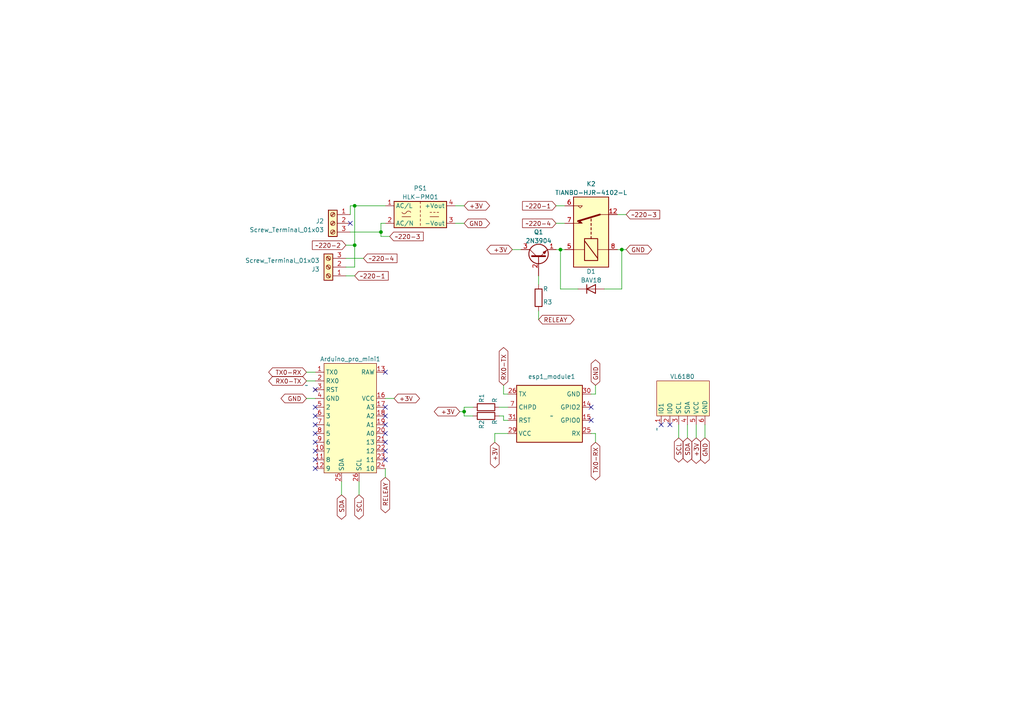
<source format=kicad_sch>
(kicad_sch (version 20230121) (generator eeschema)

  (uuid 1ca02c68-d763-4d2d-aed4-975a014c3931)

  (paper "A4")

  (title_block
    (title "IOTV id-1EX")
    (date "2023-03-20")
    (company "Вербкин М.С.")
  )

  (lib_symbols
    (symbol "Connector:Screw_Terminal_01x03" (pin_names (offset 1.016) hide) (in_bom yes) (on_board yes)
      (property "Reference" "J" (at 0 5.08 0)
        (effects (font (size 1.27 1.27)))
      )
      (property "Value" "Screw_Terminal_01x03" (at 0 -5.08 0)
        (effects (font (size 1.27 1.27)))
      )
      (property "Footprint" "" (at 0 0 0)
        (effects (font (size 1.27 1.27)) hide)
      )
      (property "Datasheet" "~" (at 0 0 0)
        (effects (font (size 1.27 1.27)) hide)
      )
      (property "ki_keywords" "screw terminal" (at 0 0 0)
        (effects (font (size 1.27 1.27)) hide)
      )
      (property "ki_description" "Generic screw terminal, single row, 01x03, script generated (kicad-library-utils/schlib/autogen/connector/)" (at 0 0 0)
        (effects (font (size 1.27 1.27)) hide)
      )
      (property "ki_fp_filters" "TerminalBlock*:*" (at 0 0 0)
        (effects (font (size 1.27 1.27)) hide)
      )
      (symbol "Screw_Terminal_01x03_1_1"
        (rectangle (start -1.27 3.81) (end 1.27 -3.81)
          (stroke (width 0.254) (type default))
          (fill (type background))
        )
        (circle (center 0 -2.54) (radius 0.635)
          (stroke (width 0.1524) (type default))
          (fill (type none))
        )
        (polyline
          (pts
            (xy -0.5334 -2.2098)
            (xy 0.3302 -3.048)
          )
          (stroke (width 0.1524) (type default))
          (fill (type none))
        )
        (polyline
          (pts
            (xy -0.5334 0.3302)
            (xy 0.3302 -0.508)
          )
          (stroke (width 0.1524) (type default))
          (fill (type none))
        )
        (polyline
          (pts
            (xy -0.5334 2.8702)
            (xy 0.3302 2.032)
          )
          (stroke (width 0.1524) (type default))
          (fill (type none))
        )
        (polyline
          (pts
            (xy -0.3556 -2.032)
            (xy 0.508 -2.8702)
          )
          (stroke (width 0.1524) (type default))
          (fill (type none))
        )
        (polyline
          (pts
            (xy -0.3556 0.508)
            (xy 0.508 -0.3302)
          )
          (stroke (width 0.1524) (type default))
          (fill (type none))
        )
        (polyline
          (pts
            (xy -0.3556 3.048)
            (xy 0.508 2.2098)
          )
          (stroke (width 0.1524) (type default))
          (fill (type none))
        )
        (circle (center 0 0) (radius 0.635)
          (stroke (width 0.1524) (type default))
          (fill (type none))
        )
        (circle (center 0 2.54) (radius 0.635)
          (stroke (width 0.1524) (type default))
          (fill (type none))
        )
        (pin passive line (at -5.08 2.54 0) (length 3.81)
          (name "Pin_1" (effects (font (size 1.27 1.27))))
          (number "1" (effects (font (size 1.27 1.27))))
        )
        (pin passive line (at -5.08 0 0) (length 3.81)
          (name "Pin_2" (effects (font (size 1.27 1.27))))
          (number "2" (effects (font (size 1.27 1.27))))
        )
        (pin passive line (at -5.08 -2.54 0) (length 3.81)
          (name "Pin_3" (effects (font (size 1.27 1.27))))
          (number "3" (effects (font (size 1.27 1.27))))
        )
      )
    )
    (symbol "Converter_ACDC:HLK-PM01" (in_bom yes) (on_board yes)
      (property "Reference" "PS" (at 0 5.08 0)
        (effects (font (size 1.27 1.27)))
      )
      (property "Value" "HLK-PM01" (at 0 -5.08 0)
        (effects (font (size 1.27 1.27)))
      )
      (property "Footprint" "Converter_ACDC:Converter_ACDC_HiLink_HLK-PMxx" (at 0 -7.62 0)
        (effects (font (size 1.27 1.27)) hide)
      )
      (property "Datasheet" "http://www.hlktech.net/product_detail.php?ProId=54" (at 10.16 -8.89 0)
        (effects (font (size 1.27 1.27)) hide)
      )
      (property "ki_keywords" "AC/DC module power supply" (at 0 0 0)
        (effects (font (size 1.27 1.27)) hide)
      )
      (property "ki_description" "Compact AC/DC board mount power module 3W 5V" (at 0 0 0)
        (effects (font (size 1.27 1.27)) hide)
      )
      (property "ki_fp_filters" "Converter*ACDC*HiLink*HLK?PM*" (at 0 0 0)
        (effects (font (size 1.27 1.27)) hide)
      )
      (symbol "HLK-PM01_0_1"
        (rectangle (start -7.62 3.81) (end 7.62 -3.81)
          (stroke (width 0.254) (type default))
          (fill (type background))
        )
        (arc (start -5.334 0.635) (mid -4.699 0.2495) (end -4.064 0.635)
          (stroke (width 0) (type default))
          (fill (type none))
        )
        (arc (start -2.794 0.635) (mid -3.429 1.0072) (end -4.064 0.635)
          (stroke (width 0) (type default))
          (fill (type none))
        )
        (polyline
          (pts
            (xy -5.334 -0.635)
            (xy -2.794 -0.635)
          )
          (stroke (width 0) (type default))
          (fill (type none))
        )
        (polyline
          (pts
            (xy 0 -2.54)
            (xy 0 -3.175)
          )
          (stroke (width 0) (type default))
          (fill (type none))
        )
        (polyline
          (pts
            (xy 0 -1.27)
            (xy 0 -1.905)
          )
          (stroke (width 0) (type default))
          (fill (type none))
        )
        (polyline
          (pts
            (xy 0 0)
            (xy 0 -0.635)
          )
          (stroke (width 0) (type default))
          (fill (type none))
        )
        (polyline
          (pts
            (xy 0 1.27)
            (xy 0 0.635)
          )
          (stroke (width 0) (type default))
          (fill (type none))
        )
        (polyline
          (pts
            (xy 0 2.54)
            (xy 0 1.905)
          )
          (stroke (width 0) (type default))
          (fill (type none))
        )
        (polyline
          (pts
            (xy 0 3.81)
            (xy 0 3.175)
          )
          (stroke (width 0) (type default))
          (fill (type none))
        )
        (polyline
          (pts
            (xy 2.794 -0.635)
            (xy 5.334 -0.635)
          )
          (stroke (width 0) (type default))
          (fill (type none))
        )
        (polyline
          (pts
            (xy 2.794 0.635)
            (xy 3.302 0.635)
          )
          (stroke (width 0) (type default))
          (fill (type none))
        )
        (polyline
          (pts
            (xy 3.81 0.635)
            (xy 4.318 0.635)
          )
          (stroke (width 0) (type default))
          (fill (type none))
        )
        (polyline
          (pts
            (xy 4.826 0.635)
            (xy 5.334 0.635)
          )
          (stroke (width 0) (type default))
          (fill (type none))
        )
      )
      (symbol "HLK-PM01_1_1"
        (pin power_in line (at -10.16 2.54 0) (length 2.54)
          (name "AC/L" (effects (font (size 1.27 1.27))))
          (number "1" (effects (font (size 1.27 1.27))))
        )
        (pin power_in line (at -10.16 -2.54 0) (length 2.54)
          (name "AC/N" (effects (font (size 1.27 1.27))))
          (number "2" (effects (font (size 1.27 1.27))))
        )
        (pin power_out line (at 10.16 -2.54 180) (length 2.54)
          (name "-Vout" (effects (font (size 1.27 1.27))))
          (number "3" (effects (font (size 1.27 1.27))))
        )
        (pin power_out line (at 10.16 2.54 180) (length 2.54)
          (name "+Vout" (effects (font (size 1.27 1.27))))
          (number "4" (effects (font (size 1.27 1.27))))
        )
      )
    )
    (symbol "Device:R" (pin_numbers hide) (pin_names (offset 0)) (in_bom yes) (on_board yes)
      (property "Reference" "R" (at 2.032 0 90)
        (effects (font (size 1.27 1.27)))
      )
      (property "Value" "R" (at 0 0 90)
        (effects (font (size 1.27 1.27)))
      )
      (property "Footprint" "" (at -1.778 0 90)
        (effects (font (size 1.27 1.27)) hide)
      )
      (property "Datasheet" "~" (at 0 0 0)
        (effects (font (size 1.27 1.27)) hide)
      )
      (property "ki_keywords" "R res resistor" (at 0 0 0)
        (effects (font (size 1.27 1.27)) hide)
      )
      (property "ki_description" "Resistor" (at 0 0 0)
        (effects (font (size 1.27 1.27)) hide)
      )
      (property "ki_fp_filters" "R_*" (at 0 0 0)
        (effects (font (size 1.27 1.27)) hide)
      )
      (symbol "R_0_1"
        (rectangle (start -1.016 -2.54) (end 1.016 2.54)
          (stroke (width 0.254) (type default))
          (fill (type none))
        )
      )
      (symbol "R_1_1"
        (pin passive line (at 0 3.81 270) (length 1.27)
          (name "~" (effects (font (size 1.27 1.27))))
          (number "1" (effects (font (size 1.27 1.27))))
        )
        (pin passive line (at 0 -3.81 90) (length 1.27)
          (name "~" (effects (font (size 1.27 1.27))))
          (number "2" (effects (font (size 1.27 1.27))))
        )
      )
    )
    (symbol "Diode:BAV18" (pin_numbers hide) (pin_names hide) (in_bom yes) (on_board yes)
      (property "Reference" "D" (at 0 2.54 0)
        (effects (font (size 1.27 1.27)))
      )
      (property "Value" "BAV18" (at 0 -2.54 0)
        (effects (font (size 1.27 1.27)))
      )
      (property "Footprint" "Diode_THT:D_DO-35_SOD27_P7.62mm_Horizontal" (at 0 -4.445 0)
        (effects (font (size 1.27 1.27)) hide)
      )
      (property "Datasheet" "http://www.vishay.com/docs/85543/bav17.pdf" (at 0 0 0)
        (effects (font (size 1.27 1.27)) hide)
      )
      (property "Sim.Device" "D" (at 0 0 0)
        (effects (font (size 1.27 1.27)) hide)
      )
      (property "Sim.Pins" "1=K 2=A" (at 0 0 0)
        (effects (font (size 1.27 1.27)) hide)
      )
      (property "ki_keywords" "diode" (at 0 0 0)
        (effects (font (size 1.27 1.27)) hide)
      )
      (property "ki_description" "50V 0.25A Small Signal Switching Diode, High Voltage, DO-35" (at 0 0 0)
        (effects (font (size 1.27 1.27)) hide)
      )
      (property "ki_fp_filters" "D*DO?35*" (at 0 0 0)
        (effects (font (size 1.27 1.27)) hide)
      )
      (symbol "BAV18_0_1"
        (polyline
          (pts
            (xy -1.27 1.27)
            (xy -1.27 -1.27)
          )
          (stroke (width 0.254) (type default))
          (fill (type none))
        )
        (polyline
          (pts
            (xy 1.27 0)
            (xy -1.27 0)
          )
          (stroke (width 0) (type default))
          (fill (type none))
        )
        (polyline
          (pts
            (xy 1.27 1.27)
            (xy 1.27 -1.27)
            (xy -1.27 0)
            (xy 1.27 1.27)
          )
          (stroke (width 0.254) (type default))
          (fill (type none))
        )
      )
      (symbol "BAV18_1_1"
        (pin passive line (at -3.81 0 0) (length 2.54)
          (name "K" (effects (font (size 1.27 1.27))))
          (number "1" (effects (font (size 1.27 1.27))))
        )
        (pin passive line (at 3.81 0 180) (length 2.54)
          (name "A" (effects (font (size 1.27 1.27))))
          (number "2" (effects (font (size 1.27 1.27))))
        )
      )
    )
    (symbol "MCU_Espressif:esp01_breakout" (in_bom yes) (on_board yes)
      (property "Reference" "U" (at -2.54 1.27 90)
        (effects (font (size 1.27 1.27)))
      )
      (property "Value" "esp01_breakout" (at 0 0 90)
        (effects (font (size 1.27 1.27)))
      )
      (property "Footprint" "" (at 0 0 0)
        (effects (font (size 1.27 1.27)) hide)
      )
      (property "Datasheet" "" (at 0 0 0)
        (effects (font (size 1.27 1.27)) hide)
      )
      (symbol "esp01_breakout_0_1"
        (rectangle (start -10.16 8.89) (end 8.89 -7.62)
          (stroke (width 0.254) (type default))
          (fill (type background))
        )
      )
      (symbol "esp01_breakout_1_1"
        (pin bidirectional line (at 11.43 2.54 180) (length 2.54)
          (name "GPIO2" (effects (font (size 1.27 1.27))))
          (number "14" (effects (font (size 1.27 1.27))))
        )
        (pin bidirectional line (at 11.43 -1.27 180) (length 2.54)
          (name "GPIO0" (effects (font (size 1.27 1.27))))
          (number "15" (effects (font (size 1.27 1.27))))
        )
        (pin bidirectional line (at 11.43 -5.08 180) (length 2.54)
          (name "RX" (effects (font (size 1.27 1.27))))
          (number "25" (effects (font (size 1.27 1.27))))
        )
        (pin bidirectional line (at -12.7 6.35 0) (length 2.54)
          (name "TX" (effects (font (size 1.27 1.27))))
          (number "26" (effects (font (size 1.27 1.27))))
        )
        (pin power_in line (at -12.7 -5.08 0) (length 2.54)
          (name "VCC" (effects (font (size 1.27 1.27))))
          (number "29" (effects (font (size 1.27 1.27))))
        )
        (pin power_in line (at 11.43 6.35 180) (length 2.54)
          (name "GND" (effects (font (size 1.27 1.27))))
          (number "30" (effects (font (size 1.27 1.27))))
        )
        (pin input line (at -12.7 -1.27 0) (length 2.54)
          (name "RST" (effects (font (size 1.27 1.27))))
          (number "31" (effects (font (size 1.27 1.27))))
        )
        (pin input line (at -12.7 2.54 0) (length 2.54)
          (name "CHPD" (effects (font (size 1.27 1.27))))
          (number "7" (effects (font (size 1.27 1.27))))
        )
      )
    )
    (symbol "MCU_Module:Arduino_pro_mini" (in_bom yes) (on_board yes)
      (property "Reference" "D" (at -12.7 10.16 0)
        (effects (font (size 1.27 1.27)))
      )
      (property "Value" "" (at -12.7 10.16 0)
        (effects (font (size 1.27 1.27)))
      )
      (property "Footprint" "" (at -12.7 10.16 0)
        (effects (font (size 1.27 1.27)) hide)
      )
      (property "Datasheet" "" (at -12.7 10.16 0)
        (effects (font (size 1.27 1.27)) hide)
      )
      (symbol "Arduino_pro_mini_0_1"
        (rectangle (start -7.62 16.51) (end 7.62 -15.24)
          (stroke (width 0) (type default))
          (fill (type background))
        )
      )
      (symbol "Arduino_pro_mini_1_1"
        (pin bidirectional line (at -10.16 13.97 0) (length 2.54)
          (name "TX0" (effects (font (size 1.27 1.27))))
          (number "1" (effects (font (size 1.27 1.27))))
        )
        (pin bidirectional line (at -10.16 -8.89 0) (length 2.54)
          (name "7" (effects (font (size 1.27 1.27))))
          (number "10" (effects (font (size 1.27 1.27))))
        )
        (pin bidirectional line (at -10.16 -11.43 0) (length 2.54)
          (name "8" (effects (font (size 1.27 1.27))))
          (number "11" (effects (font (size 1.27 1.27))))
        )
        (pin bidirectional line (at -10.16 -13.97 0) (length 2.54)
          (name "9" (effects (font (size 1.27 1.27))))
          (number "12" (effects (font (size 1.27 1.27))))
        )
        (pin power_in line (at 10.16 13.97 180) (length 2.54)
          (name "RAW" (effects (font (size 1.27 1.27))))
          (number "13" (effects (font (size 1.27 1.27))))
        )
        (pin power_in line (at 10.16 6.35 180) (length 2.54)
          (name "VCC" (effects (font (size 1.27 1.27))))
          (number "16" (effects (font (size 1.27 1.27))))
        )
        (pin bidirectional line (at 10.16 3.81 180) (length 2.54)
          (name "A3" (effects (font (size 1.27 1.27))))
          (number "17" (effects (font (size 1.27 1.27))))
        )
        (pin bidirectional line (at 10.16 1.27 180) (length 2.54)
          (name "A2" (effects (font (size 1.27 1.27))))
          (number "18" (effects (font (size 1.27 1.27))))
        )
        (pin bidirectional line (at 10.16 -1.27 180) (length 2.54)
          (name "A1" (effects (font (size 1.27 1.27))))
          (number "19" (effects (font (size 1.27 1.27))))
        )
        (pin bidirectional line (at -10.16 11.43 0) (length 2.54)
          (name "RX0" (effects (font (size 1.27 1.27))))
          (number "2" (effects (font (size 1.27 1.27))))
        )
        (pin bidirectional line (at 10.16 -3.81 180) (length 2.54)
          (name "A0" (effects (font (size 1.27 1.27))))
          (number "20" (effects (font (size 1.27 1.27))))
        )
        (pin bidirectional line (at 10.16 -6.35 180) (length 2.54)
          (name "13" (effects (font (size 1.27 1.27))))
          (number "21" (effects (font (size 1.27 1.27))))
        )
        (pin bidirectional line (at 10.16 -8.89 180) (length 2.54)
          (name "12" (effects (font (size 1.27 1.27))))
          (number "22" (effects (font (size 1.27 1.27))))
        )
        (pin bidirectional line (at 10.16 -11.43 180) (length 2.54)
          (name "11" (effects (font (size 1.27 1.27))))
          (number "23" (effects (font (size 1.27 1.27))))
        )
        (pin bidirectional line (at 10.16 -13.97 180) (length 2.54)
          (name "10" (effects (font (size 1.27 1.27))))
          (number "24" (effects (font (size 1.27 1.27))))
        )
        (pin bidirectional line (at -2.54 -17.78 90) (length 2.54)
          (name "SDA" (effects (font (size 1.27 1.27))))
          (number "25" (effects (font (size 1.27 1.27))))
        )
        (pin bidirectional line (at 2.54 -17.78 90) (length 2.54)
          (name "SCL" (effects (font (size 1.27 1.27))))
          (number "26" (effects (font (size 1.27 1.27))))
        )
        (pin no_connect line (at -10.16 8.89 0) (length 2.54)
          (name "RST" (effects (font (size 1.27 1.27))))
          (number "3" (effects (font (size 1.27 1.27))))
        )
        (pin power_in line (at -10.16 6.35 0) (length 2.54)
          (name "GND" (effects (font (size 1.27 1.27))))
          (number "4" (effects (font (size 1.27 1.27))))
        )
        (pin bidirectional line (at -10.16 3.81 0) (length 2.54)
          (name "2" (effects (font (size 1.27 1.27))))
          (number "5" (effects (font (size 1.27 1.27))))
        )
        (pin bidirectional line (at -10.16 1.27 0) (length 2.54)
          (name "3" (effects (font (size 1.27 1.27))))
          (number "6" (effects (font (size 1.27 1.27))))
        )
        (pin bidirectional line (at -10.16 -1.27 0) (length 2.54)
          (name "4" (effects (font (size 1.27 1.27))))
          (number "7" (effects (font (size 1.27 1.27))))
        )
        (pin bidirectional line (at -10.16 -3.81 0) (length 2.54)
          (name "5" (effects (font (size 1.27 1.27))))
          (number "8" (effects (font (size 1.27 1.27))))
        )
        (pin bidirectional line (at -10.16 -6.35 0) (length 2.54)
          (name "6" (effects (font (size 1.27 1.27))))
          (number "9" (effects (font (size 1.27 1.27))))
        )
      )
    )
    (symbol "Relay:TIANBO-HJR-4102-L" (in_bom yes) (on_board yes)
      (property "Reference" "K" (at 11.43 3.81 0)
        (effects (font (size 1.27 1.27)) (justify left))
      )
      (property "Value" "TIANBO-HJR-4102-L" (at 11.43 1.27 0)
        (effects (font (size 1.27 1.27)) (justify left))
      )
      (property "Footprint" "Relay_THT:Relay_SPDT_HJR-4102" (at 27.94 -1.27 0)
        (effects (font (size 1.27 1.27)) hide)
      )
      (property "Datasheet" "https://cdn-reichelt.de/documents/datenblatt/C300/DS_HJR4102E.pdf" (at 0 0 0)
        (effects (font (size 1.27 1.27)) hide)
      )
      (property "ki_keywords" "Single Pole Relay" (at 0 0 0)
        (effects (font (size 1.27 1.27)) hide)
      )
      (property "ki_description" "TIANBO HJR-4102-L, Single Pole Relay, 5mm Pitch, 3A" (at 0 0 0)
        (effects (font (size 1.27 1.27)) hide)
      )
      (property "ki_fp_filters" "Relay*HJR?4102*" (at 0 0 0)
        (effects (font (size 1.27 1.27)) hide)
      )
      (symbol "TIANBO-HJR-4102-L_0_0"
        (polyline
          (pts
            (xy 7.62 5.08)
            (xy 7.62 2.54)
            (xy 6.985 3.175)
            (xy 7.62 3.81)
          )
          (stroke (width 0) (type default))
          (fill (type none))
        )
      )
      (symbol "TIANBO-HJR-4102-L_0_1"
        (rectangle (start -10.16 5.08) (end 10.16 -5.08)
          (stroke (width 0.254) (type default))
          (fill (type background))
        )
        (rectangle (start -8.255 1.905) (end -1.905 -1.905)
          (stroke (width 0.254) (type default))
          (fill (type none))
        )
        (polyline
          (pts
            (xy -7.62 -1.905)
            (xy -2.54 1.905)
          )
          (stroke (width 0.254) (type default))
          (fill (type none))
        )
        (polyline
          (pts
            (xy -5.08 -5.08)
            (xy -5.08 -1.905)
          )
          (stroke (width 0) (type default))
          (fill (type none))
        )
        (polyline
          (pts
            (xy -5.08 5.08)
            (xy -5.08 1.905)
          )
          (stroke (width 0) (type default))
          (fill (type none))
        )
        (polyline
          (pts
            (xy -1.905 0)
            (xy -1.27 0)
          )
          (stroke (width 0.254) (type default))
          (fill (type none))
        )
        (polyline
          (pts
            (xy -0.635 0)
            (xy 0 0)
          )
          (stroke (width 0.254) (type default))
          (fill (type none))
        )
        (polyline
          (pts
            (xy 0.635 0)
            (xy 1.27 0)
          )
          (stroke (width 0.254) (type default))
          (fill (type none))
        )
        (polyline
          (pts
            (xy 1.905 0)
            (xy 2.54 0)
          )
          (stroke (width 0.254) (type default))
          (fill (type none))
        )
        (polyline
          (pts
            (xy 3.175 0)
            (xy 3.81 0)
          )
          (stroke (width 0.254) (type default))
          (fill (type none))
        )
        (polyline
          (pts
            (xy 5.08 -2.54)
            (xy 3.175 3.81)
          )
          (stroke (width 0.508) (type default))
          (fill (type none))
        )
        (polyline
          (pts
            (xy 5.08 -2.54)
            (xy 5.08 -5.08)
          )
          (stroke (width 0) (type default))
          (fill (type none))
        )
        (polyline
          (pts
            (xy 2.54 5.08)
            (xy 2.54 2.54)
            (xy 3.175 3.175)
            (xy 2.54 3.81)
          )
          (stroke (width 0) (type default))
          (fill (type outline))
        )
      )
      (symbol "TIANBO-HJR-4102-L_1_1"
        (pin passive line (at 5.08 -7.62 90) (length 2.54)
          (name "~" (effects (font (size 1.27 1.27))))
          (number "12" (effects (font (size 1.27 1.27))))
        )
        (pin passive line (at -5.08 7.62 270) (length 2.54)
          (name "~" (effects (font (size 1.27 1.27))))
          (number "5" (effects (font (size 1.27 1.27))))
        )
        (pin passive line (at 7.62 7.62 270) (length 2.54)
          (name "~" (effects (font (size 1.27 1.27))))
          (number "6" (effects (font (size 1.27 1.27))))
        )
        (pin passive line (at 2.54 7.62 270) (length 2.54)
          (name "~" (effects (font (size 1.27 1.27))))
          (number "7" (effects (font (size 1.27 1.27))))
        )
        (pin passive line (at -5.08 -7.62 90) (length 2.54)
          (name "~" (effects (font (size 1.27 1.27))))
          (number "8" (effects (font (size 1.27 1.27))))
        )
      )
    )
    (symbol "Sensor_Distance:VL6180_module" (in_bom yes) (on_board yes)
      (property "Reference" "S" (at 1.27 1.27 0)
        (effects (font (size 1.27 1.27)))
      )
      (property "Value" "" (at -6.35 -8.89 90)
        (effects (font (size 1.27 1.27)))
      )
      (property "Footprint" "" (at -6.35 -8.89 90)
        (effects (font (size 1.27 1.27)) hide)
      )
      (property "Datasheet" "" (at -6.35 -8.89 90)
        (effects (font (size 1.27 1.27)) hide)
      )
      (symbol "VL6180_module_0_1"
        (rectangle (start -6.35 5.08) (end 8.89 -5.08)
          (stroke (width 0) (type default))
          (fill (type background))
        )
      )
      (symbol "VL6180_module_1_1"
        (pin bidirectional line (at -5.08 -7.62 90) (length 2.54)
          (name "IO1" (effects (font (size 1.27 1.27))))
          (number "1" (effects (font (size 1.27 1.27))))
        )
        (pin bidirectional line (at -2.54 -7.62 90) (length 2.54)
          (name "IO0" (effects (font (size 1.27 1.27))))
          (number "2" (effects (font (size 1.27 1.27))))
        )
        (pin bidirectional line (at 0 -7.62 90) (length 2.54)
          (name "SCL" (effects (font (size 1.27 1.27))))
          (number "3" (effects (font (size 1.27 1.27))))
        )
        (pin bidirectional line (at 2.54 -7.62 90) (length 2.54)
          (name "SDA" (effects (font (size 1.27 1.27))))
          (number "4" (effects (font (size 1.27 1.27))))
        )
        (pin power_in line (at 5.08 -7.62 90) (length 2.54)
          (name "VCC" (effects (font (size 1.27 1.27))))
          (number "5" (effects (font (size 1.27 1.27))))
        )
        (pin power_in line (at 7.62 -7.62 90) (length 2.54)
          (name "GND" (effects (font (size 1.27 1.27))))
          (number "6" (effects (font (size 1.27 1.27))))
        )
      )
    )
    (symbol "Transistor_BJT:2N3904" (pin_names (offset 0) hide) (in_bom yes) (on_board yes)
      (property "Reference" "Q" (at 5.08 1.905 0)
        (effects (font (size 1.27 1.27)) (justify left))
      )
      (property "Value" "2N3904" (at 5.08 0 0)
        (effects (font (size 1.27 1.27)) (justify left))
      )
      (property "Footprint" "Package_TO_SOT_THT:TO-92_Inline" (at 5.08 -1.905 0)
        (effects (font (size 1.27 1.27) italic) (justify left) hide)
      )
      (property "Datasheet" "https://www.onsemi.com/pub/Collateral/2N3903-D.PDF" (at 0 0 0)
        (effects (font (size 1.27 1.27)) (justify left) hide)
      )
      (property "ki_keywords" "NPN Transistor" (at 0 0 0)
        (effects (font (size 1.27 1.27)) hide)
      )
      (property "ki_description" "0.2A Ic, 40V Vce, Small Signal NPN Transistor, TO-92" (at 0 0 0)
        (effects (font (size 1.27 1.27)) hide)
      )
      (property "ki_fp_filters" "TO?92*" (at 0 0 0)
        (effects (font (size 1.27 1.27)) hide)
      )
      (symbol "2N3904_0_1"
        (polyline
          (pts
            (xy 0.635 0.635)
            (xy 2.54 2.54)
          )
          (stroke (width 0) (type default))
          (fill (type none))
        )
        (polyline
          (pts
            (xy 0.635 -0.635)
            (xy 2.54 -2.54)
            (xy 2.54 -2.54)
          )
          (stroke (width 0) (type default))
          (fill (type none))
        )
        (polyline
          (pts
            (xy 0.635 1.905)
            (xy 0.635 -1.905)
            (xy 0.635 -1.905)
          )
          (stroke (width 0.508) (type default))
          (fill (type none))
        )
        (polyline
          (pts
            (xy 1.27 -1.778)
            (xy 1.778 -1.27)
            (xy 2.286 -2.286)
            (xy 1.27 -1.778)
            (xy 1.27 -1.778)
          )
          (stroke (width 0) (type default))
          (fill (type outline))
        )
        (circle (center 1.27 0) (radius 2.8194)
          (stroke (width 0.254) (type default))
          (fill (type none))
        )
      )
      (symbol "2N3904_1_1"
        (pin passive line (at 2.54 -5.08 90) (length 2.54)
          (name "E" (effects (font (size 1.27 1.27))))
          (number "1" (effects (font (size 1.27 1.27))))
        )
        (pin passive line (at -5.08 0 0) (length 5.715)
          (name "B" (effects (font (size 1.27 1.27))))
          (number "2" (effects (font (size 1.27 1.27))))
        )
        (pin passive line (at 2.54 5.08 270) (length 2.54)
          (name "C" (effects (font (size 1.27 1.27))))
          (number "3" (effects (font (size 1.27 1.27))))
        )
      )
    )
  )


  (junction (at 134.62 119.38) (diameter 0) (color 0 0 0 0)
    (uuid 03a3e03e-a295-467c-9166-b6a690293784)
  )
  (junction (at 110.49 67.31) (diameter 0) (color 0 0 0 0)
    (uuid 0a331ec4-34b3-4abd-8d75-2c0fc3725a4f)
  )
  (junction (at 162.56 72.39) (diameter 0) (color 0 0 0 0)
    (uuid 39406486-b94c-4131-b746-da2ad257ec14)
  )
  (junction (at 102.87 59.69) (diameter 0) (color 0 0 0 0)
    (uuid 3b9536cf-9eab-4772-9ee8-6be6cf4dd5a2)
  )
  (junction (at 102.87 71.12) (diameter 0) (color 0 0 0 0)
    (uuid 76db2c91-fc63-4167-b6c1-8d93cf95e4ea)
  )
  (junction (at 180.34 72.39) (diameter 0) (color 0 0 0 0)
    (uuid 92f63a27-9b0d-48c3-810d-86d820c88e7d)
  )

  (no_connect (at 91.44 135.89) (uuid 07650c1a-7cd5-4681-b263-625693abd19d))
  (no_connect (at 101.6 64.77) (uuid 079dab5f-ef9f-423b-97e4-0c1bfb54304c))
  (no_connect (at 171.45 121.92) (uuid 19172f07-9a15-4fb8-a845-3fa2ec567bf6))
  (no_connect (at 91.44 128.27) (uuid 1a8f1d8b-a766-4c82-8e6e-9852836b9f82))
  (no_connect (at 191.77 123.19) (uuid 3e006f41-bc8f-4c81-b44c-adfc9d8462d7))
  (no_connect (at 91.44 118.11) (uuid 53a0dcee-1c8c-4e95-8fe4-707f40191247))
  (no_connect (at 91.44 123.19) (uuid 5813a509-4d27-4f8b-802a-60e6a2168010))
  (no_connect (at 111.76 120.65) (uuid 59da9aa5-3bfa-4199-a114-36757b874da1))
  (no_connect (at 171.45 118.11) (uuid 68c528f5-16f8-4817-bea7-82596641caf2))
  (no_connect (at 111.76 130.81) (uuid 798cfb5c-8537-4018-b2fd-004b19849b84))
  (no_connect (at 111.76 107.95) (uuid 96774da4-c129-4c87-a4d9-9f4125c36a5e))
  (no_connect (at 91.44 133.35) (uuid 9758498e-0f6b-48e5-aa69-e489560c13e8))
  (no_connect (at 111.76 118.11) (uuid 98cbe8c2-be9d-4153-a39c-624da40c5aac))
  (no_connect (at 111.76 125.73) (uuid b9b33015-ef58-4884-b1ba-5bbe2d7cb299))
  (no_connect (at 111.76 128.27) (uuid c7d673ea-599e-45c1-8b34-a8d675810a3c))
  (no_connect (at 91.44 125.73) (uuid ccfc10f3-858b-4b55-bffd-4987bb6a773b))
  (no_connect (at 111.76 133.35) (uuid d555f32f-645d-48ef-9b4e-7701f0166c24))
  (no_connect (at 91.44 120.65) (uuid defb846e-10c7-4ed5-ae19-936754630c0b))
  (no_connect (at 91.44 113.03) (uuid e25e85b4-f5bf-484c-bc69-e56122964f46))
  (no_connect (at 111.76 123.19) (uuid e5ce38af-7f0b-43e2-97d2-3bcef02c947c))
  (no_connect (at 91.44 130.81) (uuid f0cfd89f-e302-4e94-b550-1cba6e8f03ff))
  (no_connect (at 194.31 123.19) (uuid fae3b6aa-32b3-4d30-a320-58161a59ed58))

  (wire (pts (xy 172.72 111.76) (xy 172.72 114.3))
    (stroke (width 0) (type default))
    (uuid 035f7feb-818e-4c12-9e8c-e7d9e65f2bdd)
  )
  (wire (pts (xy 196.85 123.19) (xy 196.85 127))
    (stroke (width 0) (type default))
    (uuid 04419cfc-60d4-4ed0-9ec0-18905ef76f9d)
  )
  (wire (pts (xy 111.76 115.57) (xy 114.3 115.57))
    (stroke (width 0) (type default))
    (uuid 04a3acbd-5e5a-446a-bb70-0b98570b3d90)
  )
  (wire (pts (xy 102.87 80.01) (xy 100.33 80.01))
    (stroke (width 0) (type default))
    (uuid 0591f113-1caa-404b-968a-bcdf0dde59c8)
  )
  (wire (pts (xy 148.59 72.39) (xy 151.13 72.39))
    (stroke (width 0) (type default))
    (uuid 0800e85f-6edb-48e4-bdbe-5f9330cfcd66)
  )
  (wire (pts (xy 147.32 121.92) (xy 146.05 121.92))
    (stroke (width 0) (type default))
    (uuid 097be333-3f94-41f5-a652-3f4a8b2898c3)
  )
  (wire (pts (xy 163.83 64.77) (xy 161.29 64.77))
    (stroke (width 0) (type default))
    (uuid 0a64a350-7349-4ad7-81ad-661b48f3c3d1)
  )
  (wire (pts (xy 161.29 59.69) (xy 163.83 59.69))
    (stroke (width 0) (type default))
    (uuid 0d506f1c-3053-4bba-b916-4a8829a9723d)
  )
  (wire (pts (xy 172.72 125.73) (xy 171.45 125.73))
    (stroke (width 0) (type default))
    (uuid 0e17ba1f-ff8f-4f46-a214-77320fa64191)
  )
  (wire (pts (xy 162.56 83.82) (xy 167.64 83.82))
    (stroke (width 0) (type default))
    (uuid 1077f6f6-fd75-44b2-b029-6d56e4997702)
  )
  (wire (pts (xy 101.6 59.69) (xy 101.6 62.23))
    (stroke (width 0) (type default))
    (uuid 184c5e93-3000-4b49-9808-117278fe0c96)
  )
  (wire (pts (xy 110.49 64.77) (xy 110.49 67.31))
    (stroke (width 0) (type default))
    (uuid 1967a9e1-d6b3-401c-adea-02171f2088c7)
  )
  (wire (pts (xy 146.05 114.3) (xy 147.32 114.3))
    (stroke (width 0) (type default))
    (uuid 202a99da-d2b9-42e5-b8da-9b1bf9170f1c)
  )
  (wire (pts (xy 110.49 67.31) (xy 110.49 68.58))
    (stroke (width 0) (type default))
    (uuid 240975a5-486c-44a8-91a6-4916a2fd4221)
  )
  (wire (pts (xy 88.9 110.49) (xy 91.44 110.49))
    (stroke (width 0) (type default))
    (uuid 2487c0b5-c522-4377-bda1-04e2aae2dc7f)
  )
  (wire (pts (xy 134.62 120.65) (xy 137.16 120.65))
    (stroke (width 0) (type default))
    (uuid 2b931f35-f29d-4cba-be70-34fe16c653ea)
  )
  (wire (pts (xy 102.87 59.69) (xy 102.87 71.12))
    (stroke (width 0) (type default))
    (uuid 2fdf5252-5d05-4034-a02d-8f5ee63e3079)
  )
  (wire (pts (xy 162.56 83.82) (xy 162.56 72.39))
    (stroke (width 0) (type default))
    (uuid 3330618a-112f-4127-97f7-b832a81ea034)
  )
  (wire (pts (xy 101.6 67.31) (xy 110.49 67.31))
    (stroke (width 0) (type default))
    (uuid 358493a4-6775-472e-b5ba-d0b7dff389c2)
  )
  (wire (pts (xy 143.51 125.73) (xy 147.32 125.73))
    (stroke (width 0) (type default))
    (uuid 372416b5-b3ee-479f-9083-c93276b0d28e)
  )
  (wire (pts (xy 133.35 119.38) (xy 134.62 119.38))
    (stroke (width 0) (type default))
    (uuid 39b74ae7-151f-4b9e-8eb7-bfbd2707c214)
  )
  (wire (pts (xy 146.05 111.76) (xy 146.05 114.3))
    (stroke (width 0) (type default))
    (uuid 3eb19ec9-d8f7-433d-b394-d2b91eb20ca4)
  )
  (wire (pts (xy 172.72 114.3) (xy 171.45 114.3))
    (stroke (width 0) (type default))
    (uuid 453f70c7-0cc5-4033-a84f-c7528cd3ed3d)
  )
  (wire (pts (xy 88.9 107.95) (xy 91.44 107.95))
    (stroke (width 0) (type default))
    (uuid 48409748-fa51-4411-b4f1-2862162b3bd3)
  )
  (wire (pts (xy 104.14 139.7) (xy 104.14 143.51))
    (stroke (width 0) (type default))
    (uuid 48e5dad7-13d5-4158-bc3a-55748fdd5916)
  )
  (wire (pts (xy 132.08 64.77) (xy 134.62 64.77))
    (stroke (width 0) (type default))
    (uuid 4bf334de-4a20-441a-ae2f-637b6508bdb6)
  )
  (wire (pts (xy 101.6 59.69) (xy 102.87 59.69))
    (stroke (width 0) (type default))
    (uuid 4d579a3d-8f19-49d9-8cee-91f2663024f5)
  )
  (wire (pts (xy 179.07 72.39) (xy 180.34 72.39))
    (stroke (width 0) (type default))
    (uuid 50180753-f21a-427e-8709-a827223b8a70)
  )
  (wire (pts (xy 180.34 83.82) (xy 180.34 72.39))
    (stroke (width 0) (type default))
    (uuid 59127d33-4408-4344-87ba-2b26dd1d984e)
  )
  (wire (pts (xy 201.93 123.19) (xy 201.93 127))
    (stroke (width 0) (type default))
    (uuid 5e26c187-a7cd-40bd-a449-d950a60a8f2b)
  )
  (wire (pts (xy 180.34 72.39) (xy 181.61 72.39))
    (stroke (width 0) (type default))
    (uuid 67ce368a-1a83-4335-9329-5b811c020bec)
  )
  (wire (pts (xy 172.72 125.73) (xy 172.72 128.27))
    (stroke (width 0) (type default))
    (uuid 6b254503-2f2c-44b2-b86c-07cb1b1e79ca)
  )
  (wire (pts (xy 100.33 71.12) (xy 102.87 71.12))
    (stroke (width 0) (type default))
    (uuid 6e3c092c-faec-4557-b03b-7d5d491b7b68)
  )
  (wire (pts (xy 111.76 135.89) (xy 111.76 138.43))
    (stroke (width 0) (type default))
    (uuid 7c0bf613-6ea9-4c6f-b3ed-f247a8fcbbea)
  )
  (wire (pts (xy 111.76 64.77) (xy 110.49 64.77))
    (stroke (width 0) (type default))
    (uuid 864fa7c5-7348-41f7-88e0-db8c754b749b)
  )
  (wire (pts (xy 162.56 72.39) (xy 163.83 72.39))
    (stroke (width 0) (type default))
    (uuid 8b3ff864-6614-4309-8694-3ce61b39063d)
  )
  (wire (pts (xy 144.78 118.11) (xy 147.32 118.11))
    (stroke (width 0) (type default))
    (uuid 93396414-56ad-4f17-a598-cccab4b5d31f)
  )
  (wire (pts (xy 132.08 59.69) (xy 134.62 59.69))
    (stroke (width 0) (type default))
    (uuid 9536d779-f135-46b0-ae72-4af322378df3)
  )
  (wire (pts (xy 156.21 92.71) (xy 156.21 90.17))
    (stroke (width 0) (type default))
    (uuid 986ce55b-a705-40a7-9ae8-31fb5afd44f8)
  )
  (wire (pts (xy 134.62 118.11) (xy 134.62 119.38))
    (stroke (width 0) (type default))
    (uuid a82473bb-8fa2-4577-a35f-efa41c3dc9f0)
  )
  (wire (pts (xy 88.9 115.57) (xy 91.44 115.57))
    (stroke (width 0) (type default))
    (uuid aa4b82a3-4a47-42fa-87bc-f13a0eb9646f)
  )
  (wire (pts (xy 143.51 128.27) (xy 143.51 125.73))
    (stroke (width 0) (type default))
    (uuid ad6228b1-d583-4869-85ca-854e9360723b)
  )
  (wire (pts (xy 105.41 74.93) (xy 100.33 74.93))
    (stroke (width 0) (type default))
    (uuid ae41e425-b9fa-4782-901f-80a8edf7f0a0)
  )
  (wire (pts (xy 175.26 83.82) (xy 180.34 83.82))
    (stroke (width 0) (type default))
    (uuid b0c2ec66-f508-4bd5-b263-dfc906098577)
  )
  (wire (pts (xy 102.87 71.12) (xy 102.87 77.47))
    (stroke (width 0) (type default))
    (uuid b1e13f6b-afba-49ad-b104-5fe6b6240509)
  )
  (wire (pts (xy 102.87 59.69) (xy 111.76 59.69))
    (stroke (width 0) (type default))
    (uuid b53f9692-5628-4788-b630-3332cf099efa)
  )
  (wire (pts (xy 113.03 68.58) (xy 110.49 68.58))
    (stroke (width 0) (type default))
    (uuid b8751be1-bff6-4c99-8cfa-b3bdabd507a5)
  )
  (wire (pts (xy 156.21 82.55) (xy 156.21 80.01))
    (stroke (width 0) (type default))
    (uuid bd91dbe3-4638-4a15-8c4a-7df5010ff84a)
  )
  (wire (pts (xy 99.06 139.7) (xy 99.06 143.51))
    (stroke (width 0) (type default))
    (uuid cb3ab301-44e2-480d-92ac-231049480125)
  )
  (wire (pts (xy 146.05 121.92) (xy 146.05 120.65))
    (stroke (width 0) (type default))
    (uuid ccc842b9-faa7-40f7-b9af-0aa3fdb3c0f3)
  )
  (wire (pts (xy 161.29 72.39) (xy 162.56 72.39))
    (stroke (width 0) (type default))
    (uuid d8ae745f-0d49-4941-8783-a3cfa744bd2d)
  )
  (wire (pts (xy 102.87 77.47) (xy 100.33 77.47))
    (stroke (width 0) (type default))
    (uuid e0cdf898-2e89-4dd6-b63a-1b0b398a2ddc)
  )
  (wire (pts (xy 204.47 123.19) (xy 204.47 127))
    (stroke (width 0) (type default))
    (uuid e1fa5c55-d0dd-4fbe-9f87-569dbd3948f9)
  )
  (wire (pts (xy 134.62 119.38) (xy 134.62 120.65))
    (stroke (width 0) (type default))
    (uuid efd4f15f-43bc-4526-b7d7-3fc5064ad289)
  )
  (wire (pts (xy 179.07 62.23) (xy 181.61 62.23))
    (stroke (width 0) (type default))
    (uuid f2300db8-667b-4ce6-be20-7d0695a78461)
  )
  (wire (pts (xy 134.62 118.11) (xy 137.16 118.11))
    (stroke (width 0) (type default))
    (uuid f3e9ef96-19bc-415d-8d7a-8e1f9c539304)
  )
  (wire (pts (xy 199.39 123.19) (xy 199.39 127))
    (stroke (width 0) (type default))
    (uuid f9a466f3-e911-4721-b862-738bcb600b4f)
  )
  (wire (pts (xy 146.05 120.65) (xy 144.78 120.65))
    (stroke (width 0) (type default))
    (uuid ff10b360-4d68-49ee-82fd-623a65a132b2)
  )

  (global_label "GND" (shape bidirectional) (at 88.9 115.57 180) (fields_autoplaced)
    (effects (font (size 1.27 1.27)) (justify right))
    (uuid 01e38e56-02f1-4271-8e05-478e7a4a33d8)
    (property "Intersheetrefs" "${INTERSHEET_REFS}" (at 81.0124 115.57 0)
      (effects (font (size 1.27 1.27)) (justify right))
    )
  )
  (global_label "+3V" (shape bidirectional) (at 133.35 119.38 180) (fields_autoplaced)
    (effects (font (size 1.27 1.27)) (justify right))
    (uuid 05450c37-7575-425a-b766-c7a44c990ad0)
    (property "Intersheetrefs" "${INTERSHEET_REFS}" (at 125.4624 119.38 0)
      (effects (font (size 1.27 1.27)) (justify right))
    )
  )
  (global_label "RX0-TX" (shape bidirectional) (at 88.9 110.49 180) (fields_autoplaced)
    (effects (font (size 1.27 1.27)) (justify right))
    (uuid 1671a656-6125-4e5f-9438-eada3444d03d)
    (property "Intersheetrefs" "${INTERSHEET_REFS}" (at 77.4444 110.49 0)
      (effects (font (size 1.27 1.27)) (justify right))
    )
  )
  (global_label "SCL" (shape bidirectional) (at 104.14 143.51 270) (fields_autoplaced)
    (effects (font (size 1.27 1.27)) (justify right))
    (uuid 175630c8-bcc4-4681-a645-23b12221137c)
    (property "Intersheetrefs" "${INTERSHEET_REFS}" (at 104.14 151.0347 90)
      (effects (font (size 1.27 1.27)) (justify right))
    )
  )
  (global_label "GND" (shape bidirectional) (at 204.47 127 270) (fields_autoplaced)
    (effects (font (size 1.27 1.27)) (justify right))
    (uuid 1a04576b-5667-4675-848e-0796656bc3c3)
    (property "Intersheetrefs" "${INTERSHEET_REFS}" (at 204.47 134.8876 90)
      (effects (font (size 1.27 1.27)) (justify right))
    )
  )
  (global_label "+3V" (shape bidirectional) (at 134.62 59.69 0) (fields_autoplaced)
    (effects (font (size 1.27 1.27)) (justify left))
    (uuid 1a3eea6c-14d0-4fca-9b2b-a09aeadaff0b)
    (property "Intersheetrefs" "${INTERSHEET_REFS}" (at 142.5076 59.69 0)
      (effects (font (size 1.27 1.27)) (justify left))
    )
  )
  (global_label "~220-2" (shape input) (at 100.33 71.12 180) (fields_autoplaced)
    (effects (font (size 1.27 1.27)) (justify right))
    (uuid 2f58dbd3-32b4-4eec-966b-fd9b3666c10a)
    (property "Intersheetrefs" "${INTERSHEET_REFS}" (at 90.1067 71.12 0)
      (effects (font (size 1.27 1.27)) (justify right))
    )
  )
  (global_label "TX0-RX" (shape bidirectional) (at 172.72 128.27 270) (fields_autoplaced)
    (effects (font (size 1.27 1.27)) (justify right))
    (uuid 49593888-7394-474c-8993-478771d5df53)
    (property "Intersheetrefs" "${INTERSHEET_REFS}" (at 172.72 139.7256 90)
      (effects (font (size 1.27 1.27)) (justify right))
    )
  )
  (global_label "RELEAY" (shape bidirectional) (at 111.76 138.43 270) (fields_autoplaced)
    (effects (font (size 1.27 1.27)) (justify right))
    (uuid 4f006882-baa4-46e7-b0a0-4608eb07cc97)
    (property "Intersheetrefs" "${INTERSHEET_REFS}" (at 111.76 149.2204 90)
      (effects (font (size 1.27 1.27)) (justify right))
    )
  )
  (global_label "SCL" (shape bidirectional) (at 196.85 127 270) (fields_autoplaced)
    (effects (font (size 1.27 1.27)) (justify right))
    (uuid 5b6d3ece-5767-4e47-924c-fbe37b658ad6)
    (property "Intersheetrefs" "${INTERSHEET_REFS}" (at 196.85 134.5247 90)
      (effects (font (size 1.27 1.27)) (justify right))
    )
  )
  (global_label "SDA" (shape bidirectional) (at 199.39 127 270) (fields_autoplaced)
    (effects (font (size 1.27 1.27)) (justify right))
    (uuid 6db49612-efea-4a44-af82-2532903058d7)
    (property "Intersheetrefs" "${INTERSHEET_REFS}" (at 199.39 134.5852 90)
      (effects (font (size 1.27 1.27)) (justify right))
    )
  )
  (global_label "RELEAY" (shape bidirectional) (at 156.21 92.71 0) (fields_autoplaced)
    (effects (font (size 1.27 1.27)) (justify left))
    (uuid 72914e15-5590-42d1-9a98-58488f695c60)
    (property "Intersheetrefs" "${INTERSHEET_REFS}" (at 167.0004 92.71 0)
      (effects (font (size 1.27 1.27)) (justify left))
    )
  )
  (global_label "SDA" (shape bidirectional) (at 99.06 143.51 270) (fields_autoplaced)
    (effects (font (size 1.27 1.27)) (justify right))
    (uuid 73ad0ad1-16af-44cd-8a27-9400ee7fe136)
    (property "Intersheetrefs" "${INTERSHEET_REFS}" (at 99.06 151.0952 90)
      (effects (font (size 1.27 1.27)) (justify right))
    )
  )
  (global_label "~220-1" (shape input) (at 102.87 80.01 0) (fields_autoplaced)
    (effects (font (size 1.27 1.27)) (justify left))
    (uuid 75e5d831-f2af-48d1-8b75-8293ee611c13)
    (property "Intersheetrefs" "${INTERSHEET_REFS}" (at 113.0933 80.01 0)
      (effects (font (size 1.27 1.27)) (justify left))
    )
  )
  (global_label "~220-1" (shape input) (at 161.29 59.69 180) (fields_autoplaced)
    (effects (font (size 1.27 1.27)) (justify right))
    (uuid 896d17e4-adb4-47c3-9100-f2f6679e5907)
    (property "Intersheetrefs" "${INTERSHEET_REFS}" (at 151.0667 59.69 0)
      (effects (font (size 1.27 1.27)) (justify right))
    )
  )
  (global_label "~220-4" (shape input) (at 105.41 74.93 0) (fields_autoplaced)
    (effects (font (size 1.27 1.27)) (justify left))
    (uuid 8b011ff7-2d41-45e7-8f47-fd0c9625b523)
    (property "Intersheetrefs" "${INTERSHEET_REFS}" (at 115.6333 74.93 0)
      (effects (font (size 1.27 1.27)) (justify left))
    )
  )
  (global_label "~220-4" (shape input) (at 161.29 64.77 180) (fields_autoplaced)
    (effects (font (size 1.27 1.27)) (justify right))
    (uuid 8da7658d-cf6b-4bca-a761-653ea4f207d0)
    (property "Intersheetrefs" "${INTERSHEET_REFS}" (at 151.0667 64.77 0)
      (effects (font (size 1.27 1.27)) (justify right))
    )
  )
  (global_label "~220-3" (shape input) (at 181.61 62.23 0) (fields_autoplaced)
    (effects (font (size 1.27 1.27)) (justify left))
    (uuid 940b45a3-afc7-4247-a21d-f5e6f2c3db9a)
    (property "Intersheetrefs" "${INTERSHEET_REFS}" (at 191.8333 62.23 0)
      (effects (font (size 1.27 1.27)) (justify left))
    )
  )
  (global_label "+3V" (shape bidirectional) (at 114.3 115.57 0) (fields_autoplaced)
    (effects (font (size 1.27 1.27)) (justify left))
    (uuid 980523aa-d5cb-419c-adea-88599253f6d0)
    (property "Intersheetrefs" "${INTERSHEET_REFS}" (at 122.1876 115.57 0)
      (effects (font (size 1.27 1.27)) (justify left))
    )
  )
  (global_label "TX0-RX" (shape bidirectional) (at 88.9 107.95 180) (fields_autoplaced)
    (effects (font (size 1.27 1.27)) (justify right))
    (uuid 9ce86f0b-aab3-49d3-9bfb-ca5a94729d4c)
    (property "Intersheetrefs" "${INTERSHEET_REFS}" (at 77.4444 107.95 0)
      (effects (font (size 1.27 1.27)) (justify right))
    )
  )
  (global_label "GND" (shape bidirectional) (at 181.61 72.39 0) (fields_autoplaced)
    (effects (font (size 1.27 1.27)) (justify left))
    (uuid a7126bf3-4754-4636-9940-3d756df08487)
    (property "Intersheetrefs" "${INTERSHEET_REFS}" (at 189.4976 72.39 0)
      (effects (font (size 1.27 1.27)) (justify left))
    )
  )
  (global_label "~220-3" (shape input) (at 113.03 68.58 0) (fields_autoplaced)
    (effects (font (size 1.27 1.27)) (justify left))
    (uuid adfd8a7b-a90c-43a0-9ff8-3ee912e83b6b)
    (property "Intersheetrefs" "${INTERSHEET_REFS}" (at 123.2533 68.58 0)
      (effects (font (size 1.27 1.27)) (justify left))
    )
  )
  (global_label "RX0-TX" (shape bidirectional) (at 146.05 111.76 90) (fields_autoplaced)
    (effects (font (size 1.27 1.27)) (justify left))
    (uuid cf1b850a-a159-4cc3-a2ca-b8c30d6188b1)
    (property "Intersheetrefs" "${INTERSHEET_REFS}" (at 146.05 100.3044 90)
      (effects (font (size 1.27 1.27)) (justify left))
    )
  )
  (global_label "GND" (shape bidirectional) (at 172.72 111.76 90) (fields_autoplaced)
    (effects (font (size 1.27 1.27)) (justify left))
    (uuid d51ee705-279b-43d9-a262-366337e89da5)
    (property "Intersheetrefs" "${INTERSHEET_REFS}" (at 172.72 103.8724 90)
      (effects (font (size 1.27 1.27)) (justify left))
    )
  )
  (global_label "+3V" (shape bidirectional) (at 143.51 128.27 270) (fields_autoplaced)
    (effects (font (size 1.27 1.27)) (justify right))
    (uuid d9c632d9-65a4-4bc5-b9f9-c72cfcf7c37a)
    (property "Intersheetrefs" "${INTERSHEET_REFS}" (at 143.51 136.1576 90)
      (effects (font (size 1.27 1.27)) (justify right))
    )
  )
  (global_label "GND" (shape bidirectional) (at 134.62 64.77 0) (fields_autoplaced)
    (effects (font (size 1.27 1.27)) (justify left))
    (uuid edc7703d-a457-4056-92b6-644d82418fb7)
    (property "Intersheetrefs" "${INTERSHEET_REFS}" (at 142.5076 64.77 0)
      (effects (font (size 1.27 1.27)) (justify left))
    )
  )
  (global_label "+3V" (shape bidirectional) (at 201.93 127 270) (fields_autoplaced)
    (effects (font (size 1.27 1.27)) (justify right))
    (uuid f8992219-12ea-4e59-b1aa-2a46e8ee13f4)
    (property "Intersheetrefs" "${INTERSHEET_REFS}" (at 201.93 134.8876 90)
      (effects (font (size 1.27 1.27)) (justify right))
    )
  )
  (global_label "+3V" (shape bidirectional) (at 148.59 72.39 180) (fields_autoplaced)
    (effects (font (size 1.27 1.27)) (justify right))
    (uuid facfe2e7-ed40-418b-ac79-3b8656f15925)
    (property "Intersheetrefs" "${INTERSHEET_REFS}" (at 140.7024 72.39 0)
      (effects (font (size 1.27 1.27)) (justify right))
    )
  )

  (symbol (lib_id "Relay:TIANBO-HJR-4102-L") (at 171.45 67.31 90) (unit 1)
    (in_bom yes) (on_board yes) (dnp no) (fields_autoplaced)
    (uuid 06efac09-16d3-4d78-ba65-4350d316d550)
    (property "Reference" "K2" (at 171.45 53.34 90)
      (effects (font (size 1.27 1.27)))
    )
    (property "Value" "TIANBO-HJR-4102-L" (at 171.45 55.88 90)
      (effects (font (size 1.27 1.27)))
    )
    (property "Footprint" "Relay_THT:Relay_SPDT_HJR-4102" (at 172.72 39.37 0)
      (effects (font (size 1.27 1.27)) hide)
    )
    (property "Datasheet" "https://cdn-reichelt.de/documents/datenblatt/C300/DS_HJR4102E.pdf" (at 171.45 67.31 0)
      (effects (font (size 1.27 1.27)) hide)
    )
    (pin "12" (uuid ae4d1f19-09a9-482e-8824-c69ab3513e44))
    (pin "5" (uuid 363e4d87-db3c-4f7f-ae98-097a19b6579c))
    (pin "6" (uuid f2db54b3-5ada-4422-b7d4-5ebe526362a1))
    (pin "7" (uuid 5c8c6d7c-1687-4fe1-9841-5e9670b73b19))
    (pin "8" (uuid 95ae606f-bd9a-481d-83c6-a52c5075648b))
    (instances
      (project "IOTV"
        (path "/1ca02c68-d763-4d2d-aed4-975a014c3931"
          (reference "K2") (unit 1)
        )
      )
    )
  )

  (symbol (lib_id "Converter_ACDC:HLK-PM01") (at 121.92 62.23 0) (unit 1)
    (in_bom yes) (on_board yes) (dnp no) (fields_autoplaced)
    (uuid 151982d3-e3c5-43b8-b28c-d22cdad7b844)
    (property "Reference" "PS1" (at 121.92 54.61 0)
      (effects (font (size 1.27 1.27)))
    )
    (property "Value" "HLK-PM01" (at 121.92 57.15 0)
      (effects (font (size 1.27 1.27)))
    )
    (property "Footprint" "Converter_ACDC:Converter_ACDC_HiLink_HLK-PMxx" (at 121.92 69.85 0)
      (effects (font (size 1.27 1.27)) hide)
    )
    (property "Datasheet" "http://www.hlktech.net/product_detail.php?ProId=54" (at 132.08 71.12 0)
      (effects (font (size 1.27 1.27)) hide)
    )
    (pin "1" (uuid efbf0ecd-8298-4cdc-ad0a-12a38dc789f4))
    (pin "2" (uuid 23b1a6ff-0a40-471d-afa2-211608b50acf))
    (pin "3" (uuid b79a8315-a33b-41ea-ae16-26e3cc63682f))
    (pin "4" (uuid 9931e143-a123-49e5-bed0-efd9bd84fdfc))
    (instances
      (project "IOTV"
        (path "/1ca02c68-d763-4d2d-aed4-975a014c3931"
          (reference "PS1") (unit 1)
        )
      )
    )
  )

  (symbol (lib_id "Connector:Screw_Terminal_01x03") (at 96.52 64.77 0) (mirror y) (unit 1)
    (in_bom yes) (on_board yes) (dnp no)
    (uuid 29e0607e-0386-44d2-ab75-ab9703967812)
    (property "Reference" "J2" (at 93.98 64.135 0)
      (effects (font (size 1.27 1.27)) (justify left))
    )
    (property "Value" "Screw_Terminal_01x03" (at 93.98 66.675 0)
      (effects (font (size 1.27 1.27)) (justify left))
    )
    (property "Footprint" "TerminalBlock_Phoenix:TerminalBlock_Phoenix_MKDS-1,5-3_1x03_P5.00mm_Horizontal" (at 96.52 64.77 0)
      (effects (font (size 1.27 1.27)) hide)
    )
    (property "Datasheet" "~" (at 96.52 64.77 0)
      (effects (font (size 1.27 1.27)) hide)
    )
    (pin "1" (uuid 103f813c-904d-4c96-9fb9-4b36c9f462c8))
    (pin "2" (uuid 6e14d3c9-6fa1-4803-9564-7dc0f25487f6))
    (pin "3" (uuid 6a3a6128-5836-41b3-921f-a5827edc04c8))
    (instances
      (project "IOTV"
        (path "/1ca02c68-d763-4d2d-aed4-975a014c3931"
          (reference "J2") (unit 1)
        )
      )
    )
  )

  (symbol (lib_id "MCU_Espressif:esp01_breakout") (at 160.02 120.65 0) (unit 1)
    (in_bom yes) (on_board yes) (dnp no)
    (uuid 49f8c603-c2aa-4d7e-ba74-991cc01dc878)
    (property "Reference" "esp1_module1" (at 160.02 109.22 0)
      (effects (font (size 1.27 1.27)))
    )
    (property "Value" "~" (at 160.02 120.65 0)
      (effects (font (size 1.27 1.27)))
    )
    (property "Footprint" "RF_Module:ESP01_breakout" (at 160.02 120.65 0)
      (effects (font (size 1.27 1.27)) hide)
    )
    (property "Datasheet" "" (at 160.02 120.65 0)
      (effects (font (size 1.27 1.27)) hide)
    )
    (pin "14" (uuid c2b75050-3060-4bfb-9624-0bd61689e005))
    (pin "15" (uuid bda187fe-9abe-4e30-a16e-f211dfe45c73))
    (pin "25" (uuid 1a9ecbf6-1597-4f5d-b2ec-62f4bb5e51a1))
    (pin "26" (uuid 5768f4ff-69ca-47a6-95e5-9237e9399e75))
    (pin "29" (uuid 34eecd32-bad9-4cf4-88fe-7deeb9f85e10))
    (pin "30" (uuid d159efdd-2e62-49a8-bef2-26d87df9897f))
    (pin "31" (uuid abc6e0df-27cb-4bf2-9a31-b31ebf9bb415))
    (pin "7" (uuid a2c8fd45-2eaf-46c2-89ca-195f0d1da8c0))
    (instances
      (project "IOTV"
        (path "/1ca02c68-d763-4d2d-aed4-975a014c3931"
          (reference "esp1_module1") (unit 1)
        )
      )
    )
  )

  (symbol (lib_id "Device:R") (at 140.97 120.65 90) (unit 1)
    (in_bom yes) (on_board yes) (dnp no)
    (uuid 618b59a4-86e9-4b98-869d-9f08d5250f5f)
    (property "Reference" "R2" (at 139.7 124.46 0)
      (effects (font (size 1.27 1.27)) (justify left))
    )
    (property "Value" "R" (at 143.51 123.19 0)
      (effects (font (size 1.27 1.27)) (justify left))
    )
    (property "Footprint" "Resistor_THT:R_Axial_DIN0204_L3.6mm_D1.6mm_P1.90mm_Vertical" (at 140.97 122.428 90)
      (effects (font (size 1.27 1.27)) hide)
    )
    (property "Datasheet" "~" (at 140.97 120.65 0)
      (effects (font (size 1.27 1.27)) hide)
    )
    (pin "1" (uuid 50c9647a-6ff9-442d-83bc-1ea2d61ec417))
    (pin "2" (uuid d5bc3cfd-df55-474e-a7e5-1522c889a89b))
    (instances
      (project "IOTV"
        (path "/1ca02c68-d763-4d2d-aed4-975a014c3931"
          (reference "R2") (unit 1)
        )
      )
    )
  )

  (symbol (lib_id "Connector:Screw_Terminal_01x03") (at 95.25 77.47 180) (unit 1)
    (in_bom yes) (on_board yes) (dnp no)
    (uuid 7d5c680f-234e-4f12-b5ed-c4d6b14718bc)
    (property "Reference" "J3" (at 92.71 78.105 0)
      (effects (font (size 1.27 1.27)) (justify left))
    )
    (property "Value" "Screw_Terminal_01x03" (at 92.71 75.565 0)
      (effects (font (size 1.27 1.27)) (justify left))
    )
    (property "Footprint" "TerminalBlock_Phoenix:TerminalBlock_Phoenix_MKDS-1,5-3_1x03_P5.00mm_Horizontal" (at 95.25 77.47 0)
      (effects (font (size 1.27 1.27)) hide)
    )
    (property "Datasheet" "~" (at 95.25 77.47 0)
      (effects (font (size 1.27 1.27)) hide)
    )
    (pin "1" (uuid 4af415de-df78-41cd-ace9-f17341751a50))
    (pin "2" (uuid 73935fe4-312b-4473-a6ad-ee2b3ddde3c5))
    (pin "3" (uuid 8c03cd19-55ea-489b-aa43-906292a98473))
    (instances
      (project "IOTV"
        (path "/1ca02c68-d763-4d2d-aed4-975a014c3931"
          (reference "J3") (unit 1)
        )
      )
    )
  )

  (symbol (lib_id "Transistor_BJT:2N3904") (at 156.21 74.93 90) (unit 1)
    (in_bom yes) (on_board yes) (dnp no)
    (uuid bdd2b8c1-3396-433c-a7f2-f1ed1c4c3bdc)
    (property "Reference" "Q1" (at 156.21 67.31 90)
      (effects (font (size 1.27 1.27)))
    )
    (property "Value" "2N3904" (at 156.21 69.85 90)
      (effects (font (size 1.27 1.27)))
    )
    (property "Footprint" "Package_TO_SOT_THT:TO-92_Inline" (at 158.115 69.85 0)
      (effects (font (size 1.27 1.27) italic) (justify left) hide)
    )
    (property "Datasheet" "https://www.onsemi.com/pub/Collateral/2N3903-D.PDF" (at 156.21 74.93 0)
      (effects (font (size 1.27 1.27)) (justify left) hide)
    )
    (pin "1" (uuid 711cb87d-f984-40bc-8793-59de2a3e896f))
    (pin "2" (uuid 429d6e15-882c-465f-ae89-5deb1913661e))
    (pin "3" (uuid a7ac677a-4ed3-4595-85a4-d6c568e12ac3))
    (instances
      (project "IOTV"
        (path "/1ca02c68-d763-4d2d-aed4-975a014c3931"
          (reference "Q1") (unit 1)
        )
      )
    )
  )

  (symbol (lib_id "Sensor_Distance:VL6180_module") (at 196.85 115.57 0) (unit 1)
    (in_bom yes) (on_board yes) (dnp no)
    (uuid cd3d1175-e931-4da6-9825-aa0ba56e4259)
    (property "Reference" "VL6180" (at 194.31 109.22 0)
      (effects (font (size 1.27 1.27)) (justify left))
    )
    (property "Value" "~" (at 190.5 124.46 90)
      (effects (font (size 1.27 1.27)))
    )
    (property "Footprint" "Sensor_Distance:vl6180_module" (at 190.5 124.46 90)
      (effects (font (size 1.27 1.27)) hide)
    )
    (property "Datasheet" "" (at 190.5 124.46 90)
      (effects (font (size 1.27 1.27)) hide)
    )
    (pin "1" (uuid 38069fa5-0626-45f3-9d51-f4811b441895))
    (pin "2" (uuid 971bb8d7-ffd8-40da-b1b9-d00c483482ec))
    (pin "3" (uuid cfa14cf9-405a-4b2f-9afd-c702f4310344))
    (pin "4" (uuid bbd7f3b8-8f81-4cea-bc9d-7d334db57777))
    (pin "5" (uuid 8dfa6058-5bd4-45b2-9bc9-2d491f33a2f2))
    (pin "6" (uuid dafc80b7-700b-47a0-bdc4-a131edfc1ab7))
    (instances
      (project "IOTV"
        (path "/1ca02c68-d763-4d2d-aed4-975a014c3931"
          (reference "VL6180") (unit 1)
        )
      )
    )
  )

  (symbol (lib_id "MCU_Module:Arduino_pro_mini") (at 101.6 121.92 0) (unit 1)
    (in_bom yes) (on_board yes) (dnp no) (fields_autoplaced)
    (uuid d35fa90b-2e9b-4016-aa7f-4e55a9c30c12)
    (property "Reference" "Arduino_pro_mini1" (at 101.6 104.14 0)
      (effects (font (size 1.27 1.27)))
    )
    (property "Value" "~" (at 88.9 111.76 0)
      (effects (font (size 1.27 1.27)))
    )
    (property "Footprint" "Module:Arduino_pro_mini" (at 88.9 111.76 0)
      (effects (font (size 1.27 1.27)) hide)
    )
    (property "Datasheet" "" (at 88.9 111.76 0)
      (effects (font (size 1.27 1.27)) hide)
    )
    (pin "1" (uuid 9a0a8b48-7abe-4d30-a474-fe93c6711574))
    (pin "10" (uuid 6eedb16c-e088-4c76-87f3-67a4754a6b5e))
    (pin "11" (uuid 5eaa2075-21a3-4111-a523-2370353ee7b5))
    (pin "12" (uuid d4b510f0-dfd5-4364-b8ff-d732bff65e66))
    (pin "13" (uuid 944cabac-81b0-4d3a-93a5-4a80b783f8f6))
    (pin "16" (uuid 8415622c-d184-41c3-824c-f7726480af12))
    (pin "17" (uuid a5617958-c592-4d96-bad6-e11ac908b763))
    (pin "18" (uuid b4d65630-f028-4085-97b3-17bb09461b98))
    (pin "19" (uuid f7eb2587-b89a-451c-90da-e2fc23ae4442))
    (pin "2" (uuid cc8588e1-7e6d-4759-a656-44de6f7501d5))
    (pin "20" (uuid 9259c598-d565-44f7-928d-063b9df7a220))
    (pin "21" (uuid 366a1690-8565-48db-9c95-a787a4d4f7d2))
    (pin "22" (uuid d17cab86-9f66-4d37-a7f9-fa4409033dae))
    (pin "23" (uuid dfeeb8e7-d082-4026-89c7-049a58e3e536))
    (pin "24" (uuid de493862-8335-49a8-a32d-a7749ac6377b))
    (pin "25" (uuid e6275ba6-e64f-4775-a5bd-2d448871d7a2))
    (pin "26" (uuid 19867b68-6d2b-4b3f-996b-f83c76f4180e))
    (pin "3" (uuid 522a0e40-0219-43a3-86c1-b4346d9a9569))
    (pin "4" (uuid 72a68e5f-491a-4f2c-b908-256975774534))
    (pin "5" (uuid 9b85dc43-aa4a-45ae-b4eb-5aee475b2993))
    (pin "6" (uuid 00804192-047f-48b7-90ef-5c1b33b72d0c))
    (pin "7" (uuid 66e285c0-6e1f-41e5-9ec9-9585da23bf5f))
    (pin "8" (uuid 6f204875-47f1-424c-9ca3-f2aba419b4a6))
    (pin "9" (uuid f1c63fde-3bf0-4ee1-acf2-1b20aea12cb6))
    (instances
      (project "IOTV"
        (path "/1ca02c68-d763-4d2d-aed4-975a014c3931"
          (reference "Arduino_pro_mini1") (unit 1)
        )
      )
    )
  )

  (symbol (lib_id "Diode:BAV18") (at 171.45 83.82 0) (unit 1)
    (in_bom yes) (on_board yes) (dnp no) (fields_autoplaced)
    (uuid d9939f4b-f4e5-4ba8-8a5a-325524db9dec)
    (property "Reference" "D1" (at 171.45 78.74 0)
      (effects (font (size 1.27 1.27)))
    )
    (property "Value" "BAV18" (at 171.45 81.28 0)
      (effects (font (size 1.27 1.27)))
    )
    (property "Footprint" "Diode_THT:D_DO-35_SOD27_P7.62mm_Horizontal" (at 171.45 88.265 0)
      (effects (font (size 1.27 1.27)) hide)
    )
    (property "Datasheet" "http://www.vishay.com/docs/85543/bav17.pdf" (at 171.45 83.82 0)
      (effects (font (size 1.27 1.27)) hide)
    )
    (property "Sim.Device" "D" (at 171.45 83.82 0)
      (effects (font (size 1.27 1.27)) hide)
    )
    (property "Sim.Pins" "1=K 2=A" (at 171.45 83.82 0)
      (effects (font (size 1.27 1.27)) hide)
    )
    (pin "1" (uuid 56d59b38-0aec-4d5f-9d75-2cacba788ad1))
    (pin "2" (uuid c258f0da-765d-461e-bced-2ef858737346))
    (instances
      (project "IOTV"
        (path "/1ca02c68-d763-4d2d-aed4-975a014c3931"
          (reference "D1") (unit 1)
        )
      )
    )
  )

  (symbol (lib_id "Device:R") (at 140.97 118.11 90) (unit 1)
    (in_bom yes) (on_board yes) (dnp no)
    (uuid d9e81f7b-860b-4bbc-bf51-af7a8347acd8)
    (property "Reference" "R1" (at 139.7 116.84 0)
      (effects (font (size 1.27 1.27)) (justify left))
    )
    (property "Value" "R" (at 143.51 116.84 0)
      (effects (font (size 1.27 1.27)) (justify left))
    )
    (property "Footprint" "Resistor_THT:R_Axial_DIN0204_L3.6mm_D1.6mm_P1.90mm_Vertical" (at 140.97 119.888 90)
      (effects (font (size 1.27 1.27)) hide)
    )
    (property "Datasheet" "~" (at 140.97 118.11 0)
      (effects (font (size 1.27 1.27)) hide)
    )
    (pin "1" (uuid 979cb9c4-37e0-4696-adfb-88fd0aeff1bd))
    (pin "2" (uuid 1ea8073d-0e0a-4025-8bea-4b4384f579aa))
    (instances
      (project "IOTV"
        (path "/1ca02c68-d763-4d2d-aed4-975a014c3931"
          (reference "R1") (unit 1)
        )
      )
    )
  )

  (symbol (lib_id "Device:R") (at 156.21 86.36 0) (mirror x) (unit 1)
    (in_bom yes) (on_board yes) (dnp no)
    (uuid fa91d5d4-54ab-4900-9566-d17e2d6fbb13)
    (property "Reference" "R3" (at 157.48 87.63 0)
      (effects (font (size 1.27 1.27)) (justify left))
    )
    (property "Value" "R" (at 157.48 83.82 0)
      (effects (font (size 1.27 1.27)) (justify left))
    )
    (property "Footprint" "Resistor_THT:R_Axial_DIN0204_L3.6mm_D1.6mm_P1.90mm_Vertical" (at 154.432 86.36 90)
      (effects (font (size 1.27 1.27)) hide)
    )
    (property "Datasheet" "~" (at 156.21 86.36 0)
      (effects (font (size 1.27 1.27)) hide)
    )
    (pin "1" (uuid 73bdfc2d-a1d4-4c38-b532-97b559d998b2))
    (pin "2" (uuid 0fd552a7-1ccd-4613-a8e9-fe285c994fbf))
    (instances
      (project "IOTV"
        (path "/1ca02c68-d763-4d2d-aed4-975a014c3931"
          (reference "R3") (unit 1)
        )
      )
    )
  )

  (sheet_instances
    (path "/" (page "1"))
  )
)

</source>
